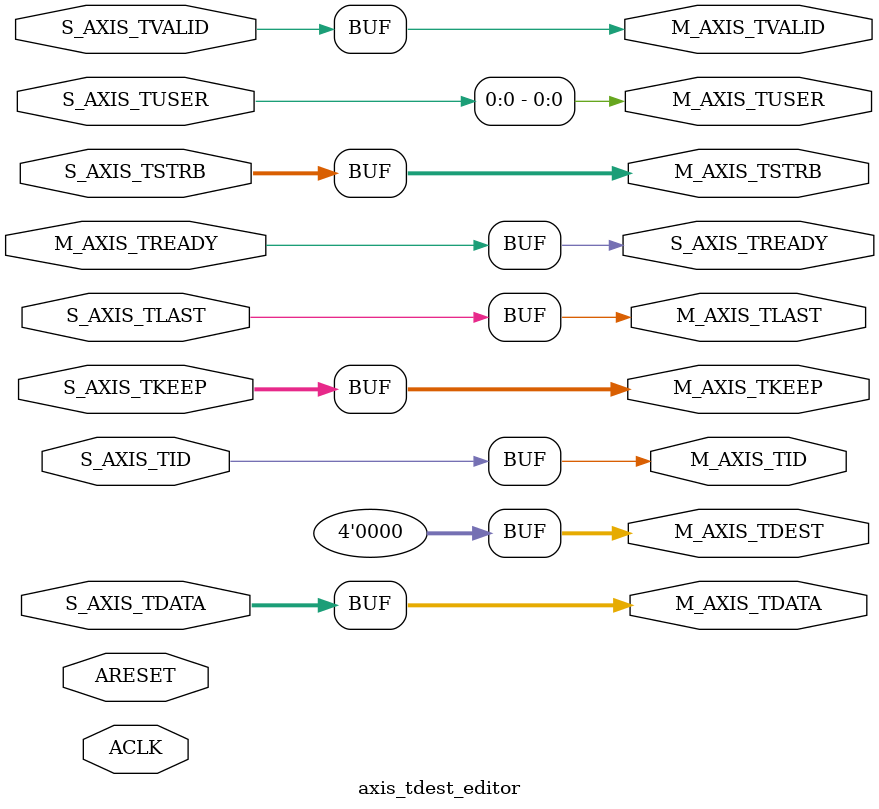
<source format=v>
`timescale 1ps/1ps

module axis_tdest_editor #
(
///////////////////////////////////////////////////////////////////////////////
// Parameter Definitions
///////////////////////////////////////////////////////////////////////////////
   parameter integer C_S_AXIS_TDATA_WIDTH = 64,
   parameter integer C_M_AXIS_TDATA_WIDTH = 64,
   parameter integer C_AXIS_TID_WIDTH     = 1,
   parameter integer C_AXIS_TDEST_WIDTH   = 4,
   parameter integer C_S_AXIS_TUSER_WIDTH = 3,
   parameter integer C_M_AXIS_TUSER_WIDTH = 1,
   parameter [3:0]   C_TDEST_VAL    = 4'h0 
  )
  (
///////////////////////////////////////////////////////////////////////////////
// Port Declarations
///////////////////////////////////////////////////////////////////////////////
   // System Signals
   input wire ACLK,
   input wire ARESET,

   // Slave side
   input  wire                              S_AXIS_TVALID,
   output wire                              S_AXIS_TREADY,
   input  wire [C_S_AXIS_TDATA_WIDTH-1:0]   S_AXIS_TDATA,
   input  wire [C_S_AXIS_TDATA_WIDTH/8-1:0] S_AXIS_TSTRB,
   input  wire [C_S_AXIS_TDATA_WIDTH/8-1:0] S_AXIS_TKEEP,
   input  wire                              S_AXIS_TLAST,
   input  wire [C_AXIS_TID_WIDTH-1:0]       S_AXIS_TID,
   input  wire [C_S_AXIS_TUSER_WIDTH-1:0]   S_AXIS_TUSER,

   // Master side
   output wire                              M_AXIS_TVALID,
   input  wire                              M_AXIS_TREADY,
   output wire [C_M_AXIS_TDATA_WIDTH-1:0]   M_AXIS_TDATA,
   output wire [C_M_AXIS_TDATA_WIDTH/8-1:0] M_AXIS_TSTRB,
   output wire [C_M_AXIS_TDATA_WIDTH/8-1:0] M_AXIS_TKEEP,
   output wire                              M_AXIS_TLAST,
   output wire [C_AXIS_TID_WIDTH-1:0]       M_AXIS_TID,
   output wire [C_AXIS_TDEST_WIDTH-1:0]     M_AXIS_TDEST,
   output wire [C_M_AXIS_TUSER_WIDTH-1:0]   M_AXIS_TUSER
   );



assign M_AXIS_TDATA = S_AXIS_TDATA;
assign M_AXIS_TKEEP = S_AXIS_TKEEP;
assign M_AXIS_TLAST = S_AXIS_TLAST;
assign M_AXIS_TSTRB = S_AXIS_TSTRB;
assign M_AXIS_TVALID = S_AXIS_TVALID;
assign M_AXIS_TSTRB  = S_AXIS_TSTRB;
assign M_AXIS_TID    = S_AXIS_TID;
assign M_AXIS_TDEST  = C_TDEST_VAL;
assign M_AXIS_TUSER  = S_AXIS_TUSER;

assign S_AXIS_TREADY = M_AXIS_TREADY;

endmodule 



</source>
